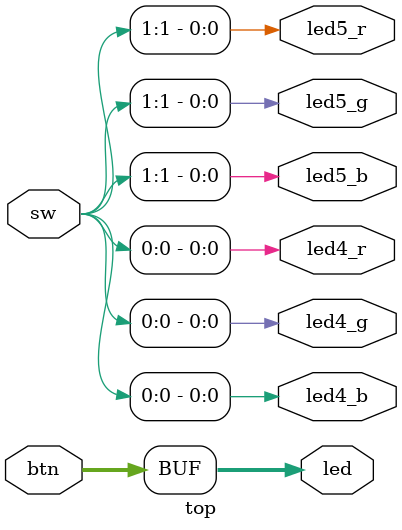
<source format=v>
module top(
    input  wire [1:0] sw,
    input  wire [3:0] btn,
    output wire [3:0] led,
    output wire led4_b,
    output wire led4_g,
    output wire led4_r,
    output wire led5_b,
    output wire led5_g,
    output wire led5_r
);
    assign led = btn;
    assign {led4_b, led4_g, led4_r} = {3{sw[0]}};
    assign {led5_b, led5_g, led5_r} = {3{sw[1]}};
endmodule

</source>
